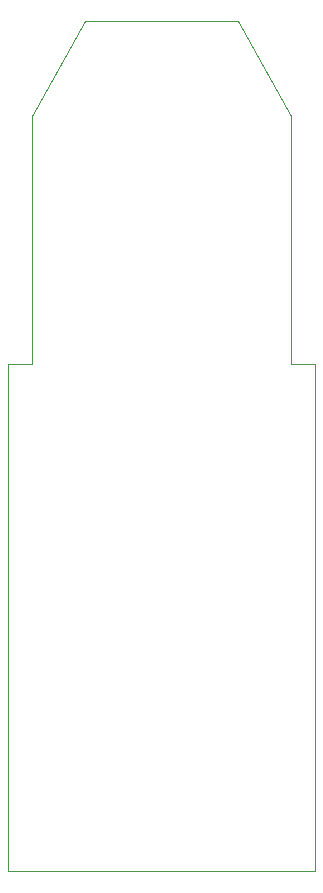
<source format=gm1>
G04 #@! TF.GenerationSoftware,KiCad,Pcbnew,(5.1.9)-1*
G04 #@! TF.CreationDate,2022-07-06T14:17:01-05:00*
G04 #@! TF.ProjectId,hom3c0ming_boutonniere,686f6d33-6330-46d6-996e-675f626f7574,2*
G04 #@! TF.SameCoordinates,Original*
G04 #@! TF.FileFunction,Profile,NP*
%FSLAX46Y46*%
G04 Gerber Fmt 4.6, Leading zero omitted, Abs format (unit mm)*
G04 Created by KiCad (PCBNEW (5.1.9)-1) date 2022-07-06 14:17:01*
%MOMM*%
%LPD*%
G01*
G04 APERTURE LIST*
G04 #@! TA.AperFunction,Profile*
%ADD10C,0.050000*%
G04 #@! TD*
G04 APERTURE END LIST*
D10*
X110150000Y-115000000D02*
X136150000Y-115000000D01*
X134150000Y-51000000D02*
X129650000Y-43000000D01*
X112150000Y-51000000D02*
X116650000Y-43000000D01*
X136150000Y-72000000D02*
X134150000Y-72000000D01*
X134150000Y-72000000D02*
X134150000Y-51000000D01*
X110150000Y-72000000D02*
X112150000Y-72000000D01*
X112150000Y-72000000D02*
X112150000Y-51000000D01*
X116650000Y-43000000D02*
X129650000Y-43000000D01*
X136150000Y-72000000D02*
X136150000Y-115000000D01*
X110150000Y-72000000D02*
X110150000Y-115000000D01*
M02*

</source>
